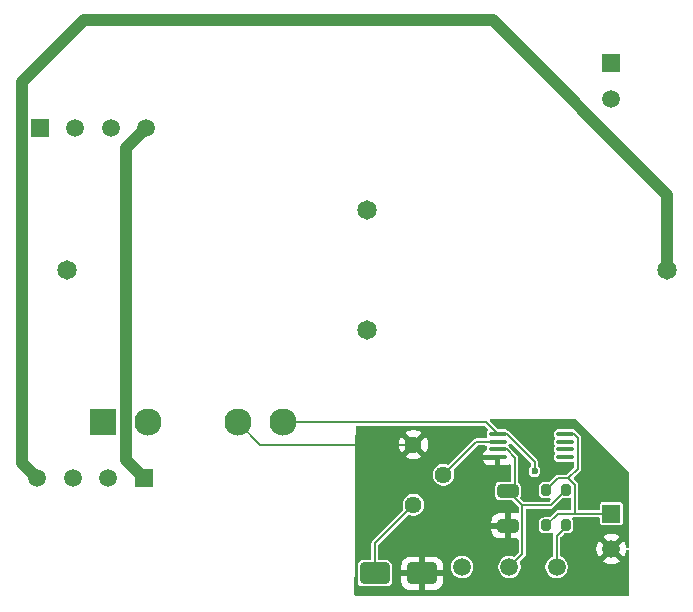
<source format=gbr>
%TF.GenerationSoftware,KiCad,Pcbnew,9.0.1-1.fc42*%
%TF.CreationDate,2025-04-27T23:47:53+08:00*%
%TF.ProjectId,discharge & time_delayforDCDC,64697363-6861-4726-9765-20262074696d,rev?*%
%TF.SameCoordinates,Original*%
%TF.FileFunction,Copper,L1,Top*%
%TF.FilePolarity,Positive*%
%FSLAX46Y46*%
G04 Gerber Fmt 4.6, Leading zero omitted, Abs format (unit mm)*
G04 Created by KiCad (PCBNEW 9.0.1-1.fc42) date 2025-04-27 23:47:53*
%MOMM*%
%LPD*%
G01*
G04 APERTURE LIST*
G04 Aperture macros list*
%AMRoundRect*
0 Rectangle with rounded corners*
0 $1 Rounding radius*
0 $2 $3 $4 $5 $6 $7 $8 $9 X,Y pos of 4 corners*
0 Add a 4 corners polygon primitive as box body*
4,1,4,$2,$3,$4,$5,$6,$7,$8,$9,$2,$3,0*
0 Add four circle primitives for the rounded corners*
1,1,$1+$1,$2,$3*
1,1,$1+$1,$4,$5*
1,1,$1+$1,$6,$7*
1,1,$1+$1,$8,$9*
0 Add four rect primitives between the rounded corners*
20,1,$1+$1,$2,$3,$4,$5,0*
20,1,$1+$1,$4,$5,$6,$7,0*
20,1,$1+$1,$6,$7,$8,$9,0*
20,1,$1+$1,$8,$9,$2,$3,0*%
G04 Aperture macros list end*
%TA.AperFunction,SMDPad,CuDef*%
%ADD10RoundRect,0.250000X-1.000000X-0.650000X1.000000X-0.650000X1.000000X0.650000X-1.000000X0.650000X0*%
%TD*%
%TA.AperFunction,ComponentPad*%
%ADD11C,1.650000*%
%TD*%
%TA.AperFunction,ComponentPad*%
%ADD12R,1.520000X1.520000*%
%TD*%
%TA.AperFunction,ComponentPad*%
%ADD13C,1.520000*%
%TD*%
%TA.AperFunction,ComponentPad*%
%ADD14C,1.440000*%
%TD*%
%TA.AperFunction,SMDPad,CuDef*%
%ADD15RoundRect,0.200000X0.200000X0.275000X-0.200000X0.275000X-0.200000X-0.275000X0.200000X-0.275000X0*%
%TD*%
%TA.AperFunction,SMDPad,CuDef*%
%ADD16RoundRect,0.250000X-0.650000X0.325000X-0.650000X-0.325000X0.650000X-0.325000X0.650000X0.325000X0*%
%TD*%
%TA.AperFunction,SMDPad,CuDef*%
%ADD17RoundRect,0.100000X-0.637500X-0.100000X0.637500X-0.100000X0.637500X0.100000X-0.637500X0.100000X0*%
%TD*%
%TA.AperFunction,ComponentPad*%
%ADD18R,2.300000X2.300000*%
%TD*%
%TA.AperFunction,ComponentPad*%
%ADD19C,2.300000*%
%TD*%
%TA.AperFunction,ComponentPad*%
%ADD20C,1.500000*%
%TD*%
%TA.AperFunction,ViaPad*%
%ADD21C,0.600000*%
%TD*%
%TA.AperFunction,Conductor*%
%ADD22C,0.200000*%
%TD*%
%TA.AperFunction,Conductor*%
%ADD23C,1.000000*%
%TD*%
G04 APERTURE END LIST*
D10*
%TO.P,D1,1,K*%
%TO.N,SDC*%
X145225000Y-126070000D03*
%TO.P,D1,2,A*%
%TO.N,GND*%
X149225000Y-126070000D03*
%TD*%
D11*
%TO.P,K1,1,out+*%
%TO.N,TS+*%
X119150000Y-100400000D03*
%TO.P,K1,2,out-*%
%TO.N,Discharge*%
X169950000Y-100400000D03*
%TO.P,K1,3,-*%
%TO.N,GND*%
X144550000Y-105500000D03*
%TO.P,K1,4,+*%
%TO.N,SDC*%
X144550000Y-95300000D03*
%TD*%
D12*
%TO.P,J3,1,1*%
%TO.N,TS+*%
X116850000Y-88320000D03*
D13*
%TO.P,J3,2,2*%
%TO.N,unconnected-(J3-Pad2)*%
X119850000Y-88320000D03*
%TO.P,J3,3,3*%
%TO.N,unconnected-(J3-Pad3)*%
X122850000Y-88320000D03*
%TO.P,J3,4,4*%
%TO.N,TS-*%
X125850000Y-88320000D03*
%TD*%
D14*
%TO.P,RV1,1,1*%
%TO.N,SDC*%
X148500000Y-120250000D03*
%TO.P,RV1,2,2*%
%TO.N,/Ref*%
X151040000Y-117710000D03*
%TO.P,RV1,3,3*%
%TO.N,GND*%
X148500000Y-115170000D03*
%TD*%
D15*
%TO.P,R2,1*%
%TO.N,/Enable*%
X161395000Y-122000000D03*
%TO.P,R2,2*%
%TO.N,SDC*%
X159745000Y-122000000D03*
%TD*%
D16*
%TO.P,C1,1*%
%TO.N,/Delay*%
X156500000Y-119085000D03*
%TO.P,C1,2*%
%TO.N,GND*%
X156500000Y-122035000D03*
%TD*%
D15*
%TO.P,R1,1*%
%TO.N,/Delay*%
X161395000Y-119000000D03*
%TO.P,R1,2*%
%TO.N,SDC*%
X159745000Y-119000000D03*
%TD*%
D12*
%TO.P,J1,1,1*%
%TO.N,TS-*%
X125650000Y-118000000D03*
D13*
%TO.P,J1,2,2*%
%TO.N,unconnected-(J1-Pad2)*%
X122650000Y-118000000D03*
%TO.P,J1,3,3*%
%TO.N,unconnected-(J1-Pad3)*%
X119650000Y-118000000D03*
%TO.P,J1,4,4*%
%TO.N,Discharge*%
X116650000Y-118000000D03*
%TD*%
D17*
%TO.P,U1,1*%
%TO.N,/Enable*%
X155637500Y-114275000D03*
%TO.P,U1,2,-*%
%TO.N,/Ref*%
X155637500Y-114925000D03*
%TO.P,U1,3,+*%
%TO.N,/Delay*%
X155637500Y-115575000D03*
%TO.P,U1,4,V-*%
%TO.N,GND*%
X155637500Y-116225000D03*
%TO.P,U1,5,+*%
%TO.N,unconnected-(U1B-+-Pad5)*%
X161362500Y-116225000D03*
%TO.P,U1,6,-*%
%TO.N,unconnected-(U1B---Pad6)*%
X161362500Y-115575000D03*
%TO.P,U1,7*%
%TO.N,unconnected-(U1-Pad7)*%
X161362500Y-114925000D03*
%TO.P,U1,8,V+*%
%TO.N,SDC*%
X161362500Y-114275000D03*
%TD*%
D18*
%TO.P,MOSFET1,1*%
%TO.N,TS+*%
X122190000Y-113250000D03*
D19*
%TO.P,MOSFET1,2*%
%TO.N,DCDC*%
X126000000Y-113250000D03*
%TO.P,MOSFET1,3*%
%TO.N,GND*%
X133620000Y-113250000D03*
%TO.P,MOSFET1,4*%
%TO.N,/Enable*%
X137430000Y-113250000D03*
%TD*%
D20*
%TO.P,TP2,1,1*%
%TO.N,/Enable*%
X160625000Y-125525000D03*
%TD*%
D12*
%TO.P,J6,1,1*%
%TO.N,unconnected-(J6-Pad1)*%
X165254200Y-82880000D03*
D13*
%TO.P,J6,2,2*%
%TO.N,DCDC*%
X165254200Y-85880000D03*
%TD*%
D20*
%TO.P,TP3,1,1*%
%TO.N,/Ref*%
X152625000Y-125525000D03*
%TD*%
%TO.P,TP1,1,1*%
%TO.N,/Delay*%
X156625000Y-125525000D03*
%TD*%
D12*
%TO.P,J5,1,1*%
%TO.N,SDC*%
X165254200Y-121000000D03*
D13*
%TO.P,J5,2,2*%
%TO.N,GND*%
X165254200Y-124000000D03*
%TD*%
D21*
%TO.N,/Enable*%
X158750000Y-117400000D03*
%TD*%
D22*
%TO.N,/Delay*%
X157702700Y-120287700D02*
X156500000Y-119085000D01*
X157075000Y-116275001D02*
X156374999Y-115575000D01*
X157702700Y-124447300D02*
X157702700Y-120287700D01*
X156625000Y-125525000D02*
X157702700Y-124447300D01*
X156374999Y-115575000D02*
X155637500Y-115575000D01*
X157702700Y-120287700D02*
X160107300Y-120287700D01*
X160107300Y-120287700D02*
X161395000Y-119000000D01*
X157075000Y-118510000D02*
X157075000Y-116275001D01*
X156500000Y-119085000D02*
X157075000Y-118510000D01*
%TO.N,GND*%
X149225000Y-126070000D02*
X149773600Y-126618600D01*
X135540000Y-115170000D02*
X133620000Y-113250000D01*
X148500000Y-115170000D02*
X135540000Y-115170000D01*
D23*
%TO.N,TS-*%
X124149000Y-90021000D02*
X125850000Y-88320000D01*
X125650000Y-118000000D02*
X124149000Y-116499000D01*
X124149000Y-116499000D02*
X124149000Y-90021000D01*
%TO.N,Discharge*%
X115389000Y-84427605D02*
X115389000Y-116739000D01*
X169950000Y-100400000D02*
X169950000Y-93991478D01*
X120566605Y-79250000D02*
X115389000Y-84427605D01*
X115389000Y-116739000D02*
X116650000Y-118000000D01*
X155208522Y-79250000D02*
X120566605Y-79250000D01*
X169950000Y-93991478D02*
X155208522Y-79250000D01*
D22*
%TO.N,SDC*%
X145225000Y-123525000D02*
X148500000Y-120250000D01*
X162422100Y-117194000D02*
X161604600Y-118011500D01*
X162422100Y-114618500D02*
X162422100Y-117194000D01*
X161604600Y-118011500D02*
X162148800Y-118555700D01*
X160733500Y-118011500D02*
X161604600Y-118011500D01*
X160745000Y-121000000D02*
X159745000Y-122000000D01*
X161362500Y-114275000D02*
X162078600Y-114275000D01*
X145225000Y-126070000D02*
X145225000Y-123525000D01*
X162148800Y-121000000D02*
X160745000Y-121000000D01*
X162148800Y-118555700D02*
X162148800Y-121000000D01*
X162078600Y-114275000D02*
X162422100Y-114618500D01*
X159745000Y-119000000D02*
X160733500Y-118011500D01*
X165254200Y-121000000D02*
X163055800Y-121000000D01*
X163055800Y-121000000D02*
X162148800Y-121000000D01*
%TO.N,/Enable*%
X158750000Y-117400000D02*
X158750000Y-116650001D01*
X137430000Y-113250000D02*
X154612500Y-113250000D01*
X158750000Y-116650001D02*
X156374999Y-114275000D01*
X154612500Y-113250000D02*
X155637500Y-114275000D01*
X160625000Y-125525000D02*
X160625000Y-122866200D01*
X156374999Y-114275000D02*
X155637500Y-114275000D01*
X160625000Y-122866200D02*
X161395000Y-122096200D01*
X161395000Y-122096200D02*
X161395000Y-122000000D01*
%TO.N,/Ref*%
X153825000Y-114925000D02*
X155637500Y-114925000D01*
X151040000Y-117710000D02*
X153825000Y-114925000D01*
%TD*%
%TA.AperFunction,Conductor*%
%TO.N,GND*%
G36*
X162265677Y-113019685D02*
G01*
X162286319Y-113036319D01*
X166713681Y-117463681D01*
X166747166Y-117525004D01*
X166750000Y-117551362D01*
X166750000Y-123814052D01*
X166730315Y-123881091D01*
X166677511Y-123926846D01*
X166608353Y-123936790D01*
X166544797Y-123907765D01*
X166507023Y-123848987D01*
X166503527Y-123833450D01*
X166483173Y-123704947D01*
X166421889Y-123516330D01*
X166421888Y-123516327D01*
X166331845Y-123339612D01*
X166305038Y-123302715D01*
X166305037Y-123302714D01*
X165745327Y-123862423D01*
X165729445Y-123803147D01*
X165662302Y-123686853D01*
X165567347Y-123591898D01*
X165451053Y-123524755D01*
X165391774Y-123508871D01*
X165951483Y-122949161D01*
X165914580Y-122922350D01*
X165737872Y-122832311D01*
X165737869Y-122832310D01*
X165549252Y-122771026D01*
X165353363Y-122740000D01*
X165155037Y-122740000D01*
X164959147Y-122771026D01*
X164770530Y-122832310D01*
X164770522Y-122832313D01*
X164593815Y-122922352D01*
X164556915Y-122949160D01*
X164556915Y-122949161D01*
X165116625Y-123508871D01*
X165057347Y-123524755D01*
X164941053Y-123591898D01*
X164846098Y-123686853D01*
X164778955Y-123803147D01*
X164763071Y-123862425D01*
X164203361Y-123302715D01*
X164203360Y-123302715D01*
X164176552Y-123339615D01*
X164086513Y-123516322D01*
X164086510Y-123516330D01*
X164025226Y-123704947D01*
X163994200Y-123900836D01*
X163994200Y-124099163D01*
X164025226Y-124295052D01*
X164086510Y-124483669D01*
X164086511Y-124483672D01*
X164176550Y-124660380D01*
X164203361Y-124697283D01*
X164763071Y-124137574D01*
X164778955Y-124196853D01*
X164846098Y-124313147D01*
X164941053Y-124408102D01*
X165057347Y-124475245D01*
X165116624Y-124491128D01*
X164556914Y-125050837D01*
X164556915Y-125050838D01*
X164593812Y-125077645D01*
X164770527Y-125167688D01*
X164770530Y-125167689D01*
X164959147Y-125228973D01*
X165155037Y-125260000D01*
X165353363Y-125260000D01*
X165549252Y-125228973D01*
X165737869Y-125167689D01*
X165737872Y-125167688D01*
X165914582Y-125077648D01*
X165951483Y-125050837D01*
X165951484Y-125050836D01*
X165391775Y-124491127D01*
X165451053Y-124475245D01*
X165567347Y-124408102D01*
X165662302Y-124313147D01*
X165729445Y-124196853D01*
X165745328Y-124137575D01*
X166305036Y-124697284D01*
X166305037Y-124697283D01*
X166331848Y-124660382D01*
X166421888Y-124483672D01*
X166421889Y-124483669D01*
X166483173Y-124295052D01*
X166503527Y-124166549D01*
X166533456Y-124103414D01*
X166592768Y-124066483D01*
X166662630Y-124067481D01*
X166720863Y-124106091D01*
X166748977Y-124170055D01*
X166750000Y-124185947D01*
X166750000Y-127876000D01*
X166730315Y-127943039D01*
X166677511Y-127988794D01*
X166626000Y-128000000D01*
X143624829Y-128000000D01*
X143557790Y-127980315D01*
X143512035Y-127927511D01*
X143500832Y-127875173D01*
X143503971Y-127404356D01*
X143517562Y-125365730D01*
X143774500Y-125365730D01*
X143774500Y-126774269D01*
X143777353Y-126804699D01*
X143777353Y-126804701D01*
X143822206Y-126932880D01*
X143822207Y-126932882D01*
X143902850Y-127042150D01*
X144012118Y-127122793D01*
X144054845Y-127137744D01*
X144140299Y-127167646D01*
X144170730Y-127170500D01*
X144170734Y-127170500D01*
X146279270Y-127170500D01*
X146309699Y-127167646D01*
X146309701Y-127167646D01*
X146373790Y-127145219D01*
X146437882Y-127122793D01*
X146547150Y-127042150D01*
X146627793Y-126932882D01*
X146650219Y-126868790D01*
X146672646Y-126804701D01*
X146672646Y-126804699D01*
X146675500Y-126774269D01*
X146675500Y-126769986D01*
X147475001Y-126769986D01*
X147485494Y-126872697D01*
X147540641Y-127039119D01*
X147540643Y-127039124D01*
X147632684Y-127188345D01*
X147756654Y-127312315D01*
X147905875Y-127404356D01*
X147905880Y-127404358D01*
X148072302Y-127459505D01*
X148072309Y-127459506D01*
X148175019Y-127469999D01*
X148974999Y-127469999D01*
X149475000Y-127469999D01*
X150274972Y-127469999D01*
X150274986Y-127469998D01*
X150377697Y-127459505D01*
X150544119Y-127404358D01*
X150544124Y-127404356D01*
X150693345Y-127312315D01*
X150817315Y-127188345D01*
X150909356Y-127039124D01*
X150909358Y-127039119D01*
X150964505Y-126872697D01*
X150964506Y-126872690D01*
X150974999Y-126769986D01*
X150975000Y-126769973D01*
X150975000Y-126320000D01*
X149475000Y-126320000D01*
X149475000Y-127469999D01*
X148974999Y-127469999D01*
X148975000Y-127469998D01*
X148975000Y-126320000D01*
X147475001Y-126320000D01*
X147475001Y-126769986D01*
X146675500Y-126769986D01*
X146675500Y-125370013D01*
X147475000Y-125370013D01*
X147475000Y-125820000D01*
X148975000Y-125820000D01*
X149475000Y-125820000D01*
X150974999Y-125820000D01*
X150974999Y-125431379D01*
X151674500Y-125431379D01*
X151674500Y-125618620D01*
X151711025Y-125802243D01*
X151711027Y-125802251D01*
X151782676Y-125975228D01*
X151782681Y-125975237D01*
X151886697Y-126130907D01*
X151886700Y-126130911D01*
X152019088Y-126263299D01*
X152019092Y-126263302D01*
X152174762Y-126367318D01*
X152174768Y-126367321D01*
X152174769Y-126367322D01*
X152347749Y-126438973D01*
X152531379Y-126475499D01*
X152531383Y-126475500D01*
X152531384Y-126475500D01*
X152718617Y-126475500D01*
X152718618Y-126475499D01*
X152902251Y-126438973D01*
X153075231Y-126367322D01*
X153230908Y-126263302D01*
X153363302Y-126130908D01*
X153467322Y-125975231D01*
X153538973Y-125802251D01*
X153575500Y-125618616D01*
X153575500Y-125431384D01*
X153538973Y-125247749D01*
X153467322Y-125074769D01*
X153467321Y-125074768D01*
X153467318Y-125074762D01*
X153363302Y-124919092D01*
X153363299Y-124919088D01*
X153230911Y-124786700D01*
X153230907Y-124786697D01*
X153075237Y-124682681D01*
X153075228Y-124682676D01*
X152902251Y-124611027D01*
X152902243Y-124611025D01*
X152718620Y-124574500D01*
X152718616Y-124574500D01*
X152531384Y-124574500D01*
X152531379Y-124574500D01*
X152347756Y-124611025D01*
X152347748Y-124611027D01*
X152174771Y-124682676D01*
X152174762Y-124682681D01*
X152019092Y-124786697D01*
X152019088Y-124786700D01*
X151886700Y-124919088D01*
X151886697Y-124919092D01*
X151782681Y-125074762D01*
X151782676Y-125074771D01*
X151711027Y-125247748D01*
X151711025Y-125247756D01*
X151674500Y-125431379D01*
X150974999Y-125431379D01*
X150974999Y-125370028D01*
X150974998Y-125370013D01*
X150964505Y-125267302D01*
X150909358Y-125100880D01*
X150909356Y-125100875D01*
X150817315Y-124951654D01*
X150693345Y-124827684D01*
X150544124Y-124735643D01*
X150544119Y-124735641D01*
X150377697Y-124680494D01*
X150377690Y-124680493D01*
X150274986Y-124670000D01*
X149475000Y-124670000D01*
X149475000Y-125820000D01*
X148975000Y-125820000D01*
X148975000Y-124670000D01*
X148175028Y-124670000D01*
X148175012Y-124670001D01*
X148072302Y-124680494D01*
X147905880Y-124735641D01*
X147905875Y-124735643D01*
X147756654Y-124827684D01*
X147632684Y-124951654D01*
X147540643Y-125100875D01*
X147540641Y-125100880D01*
X147485494Y-125267302D01*
X147485493Y-125267309D01*
X147475000Y-125370013D01*
X146675500Y-125370013D01*
X146675500Y-125365730D01*
X146672646Y-125335300D01*
X146672646Y-125335298D01*
X146627793Y-125207119D01*
X146627792Y-125207117D01*
X146547150Y-125097850D01*
X146437882Y-125017207D01*
X146437880Y-125017206D01*
X146309700Y-124972353D01*
X146279270Y-124969500D01*
X146279266Y-124969500D01*
X145649500Y-124969500D01*
X145582461Y-124949815D01*
X145536706Y-124897011D01*
X145525500Y-124845500D01*
X145525500Y-123700832D01*
X145545185Y-123633793D01*
X145561814Y-123613156D01*
X146764983Y-122409986D01*
X155100001Y-122409986D01*
X155110494Y-122512697D01*
X155165641Y-122679119D01*
X155165643Y-122679124D01*
X155257684Y-122828345D01*
X155381654Y-122952315D01*
X155530875Y-123044356D01*
X155530880Y-123044358D01*
X155697302Y-123099505D01*
X155697309Y-123099506D01*
X155800019Y-123109999D01*
X156249999Y-123109999D01*
X156250000Y-123109998D01*
X156250000Y-122285000D01*
X155100001Y-122285000D01*
X155100001Y-122409986D01*
X146764983Y-122409986D01*
X147514956Y-121660013D01*
X155100000Y-121660013D01*
X155100000Y-121785000D01*
X156250000Y-121785000D01*
X156250000Y-120960000D01*
X155800028Y-120960000D01*
X155800012Y-120960001D01*
X155697302Y-120970494D01*
X155530880Y-121025641D01*
X155530875Y-121025643D01*
X155381654Y-121117684D01*
X155257684Y-121241654D01*
X155165643Y-121390875D01*
X155165641Y-121390880D01*
X155110494Y-121557302D01*
X155110493Y-121557309D01*
X155100000Y-121660013D01*
X147514956Y-121660013D01*
X148037394Y-121137575D01*
X148098715Y-121104092D01*
X148168407Y-121109076D01*
X148172506Y-121110689D01*
X148189392Y-121117684D01*
X148231494Y-121135124D01*
X148231496Y-121135124D01*
X148231500Y-121135126D01*
X148409334Y-121170499D01*
X148409338Y-121170500D01*
X148409339Y-121170500D01*
X148590662Y-121170500D01*
X148590663Y-121170499D01*
X148768500Y-121135126D01*
X148936020Y-121065737D01*
X149086785Y-120964999D01*
X149214999Y-120836785D01*
X149315737Y-120686020D01*
X149385126Y-120518500D01*
X149420500Y-120340661D01*
X149420500Y-120159339D01*
X149385126Y-119981500D01*
X149315737Y-119813980D01*
X149315736Y-119813979D01*
X149315733Y-119813973D01*
X149214999Y-119663215D01*
X149214996Y-119663211D01*
X149086788Y-119535003D01*
X149086784Y-119535000D01*
X148936026Y-119434266D01*
X148936017Y-119434261D01*
X148768500Y-119364874D01*
X148768492Y-119364872D01*
X148590665Y-119329500D01*
X148590661Y-119329500D01*
X148409339Y-119329500D01*
X148409334Y-119329500D01*
X148231507Y-119364872D01*
X148231499Y-119364874D01*
X148063982Y-119434261D01*
X148063973Y-119434266D01*
X147913215Y-119535000D01*
X147913211Y-119535003D01*
X147785003Y-119663211D01*
X147785000Y-119663215D01*
X147684266Y-119813973D01*
X147684261Y-119813982D01*
X147614874Y-119981499D01*
X147614872Y-119981507D01*
X147579500Y-120159334D01*
X147579500Y-120340665D01*
X147614872Y-120518492D01*
X147614875Y-120518504D01*
X147639301Y-120577473D01*
X147646770Y-120646942D01*
X147615495Y-120709421D01*
X147612421Y-120712606D01*
X145040489Y-123284540D01*
X144984541Y-123340487D01*
X144984535Y-123340495D01*
X144944982Y-123409004D01*
X144944979Y-123409009D01*
X144924500Y-123485439D01*
X144924500Y-124845500D01*
X144904815Y-124912539D01*
X144852011Y-124958294D01*
X144800500Y-124969500D01*
X144170730Y-124969500D01*
X144140300Y-124972353D01*
X144140298Y-124972353D01*
X144012119Y-125017206D01*
X144012117Y-125017207D01*
X143902850Y-125097850D01*
X143822207Y-125207117D01*
X143822206Y-125207119D01*
X143777353Y-125335298D01*
X143777353Y-125335300D01*
X143774500Y-125365730D01*
X143517562Y-125365730D01*
X143586174Y-115073984D01*
X147280000Y-115073984D01*
X147280000Y-115266015D01*
X147310040Y-115455684D01*
X147369383Y-115638321D01*
X147456561Y-115809415D01*
X147477798Y-115838646D01*
X148100000Y-115216445D01*
X148100000Y-115222661D01*
X148127259Y-115324394D01*
X148179920Y-115415606D01*
X148254394Y-115490080D01*
X148345606Y-115542741D01*
X148447339Y-115570000D01*
X148453554Y-115570000D01*
X147831351Y-116192200D01*
X147831352Y-116192201D01*
X147860577Y-116213434D01*
X148031678Y-116300616D01*
X148214315Y-116359959D01*
X148403985Y-116390000D01*
X148596015Y-116390000D01*
X148785684Y-116359959D01*
X148968321Y-116300616D01*
X149139419Y-116213436D01*
X149168646Y-116192201D01*
X149168646Y-116192200D01*
X148546447Y-115570000D01*
X148552661Y-115570000D01*
X148654394Y-115542741D01*
X148745606Y-115490080D01*
X148820080Y-115415606D01*
X148872741Y-115324394D01*
X148900000Y-115222661D01*
X148900000Y-115216446D01*
X149522200Y-115838646D01*
X149522201Y-115838646D01*
X149543436Y-115809419D01*
X149630616Y-115638321D01*
X149689959Y-115455684D01*
X149720000Y-115266015D01*
X149720000Y-115073984D01*
X149689959Y-114884315D01*
X149630616Y-114701678D01*
X149543434Y-114530577D01*
X149522201Y-114501352D01*
X149522200Y-114501351D01*
X148900000Y-115123552D01*
X148900000Y-115117339D01*
X148872741Y-115015606D01*
X148820080Y-114924394D01*
X148745606Y-114849920D01*
X148654394Y-114797259D01*
X148552661Y-114770000D01*
X148546447Y-114770000D01*
X149168646Y-114147798D01*
X149139415Y-114126561D01*
X148968321Y-114039383D01*
X148785684Y-113980040D01*
X148596015Y-113950000D01*
X148403985Y-113950000D01*
X148214315Y-113980040D01*
X148031678Y-114039383D01*
X147860578Y-114126564D01*
X147831352Y-114147798D01*
X147831351Y-114147798D01*
X148453554Y-114770000D01*
X148447339Y-114770000D01*
X148345606Y-114797259D01*
X148254394Y-114849920D01*
X148179920Y-114924394D01*
X148127259Y-115015606D01*
X148100000Y-115117339D01*
X148100000Y-115123553D01*
X147477798Y-114501351D01*
X147477798Y-114501352D01*
X147456564Y-114530578D01*
X147369383Y-114701678D01*
X147310040Y-114884315D01*
X147280000Y-115073984D01*
X143586174Y-115073984D01*
X143595509Y-113673673D01*
X143615640Y-113606766D01*
X143668748Y-113561365D01*
X143719506Y-113550500D01*
X154436667Y-113550500D01*
X154503706Y-113570185D01*
X154524348Y-113586819D01*
X154756097Y-113818568D01*
X154789582Y-113879891D01*
X154784598Y-113949583D01*
X154756103Y-113993925D01*
X154747794Y-114002234D01*
X154702415Y-114105006D01*
X154702415Y-114105008D01*
X154699500Y-114130131D01*
X154699500Y-114419856D01*
X154699502Y-114419882D01*
X154702413Y-114444987D01*
X154702414Y-114444989D01*
X154704810Y-114450415D01*
X154713881Y-114519693D01*
X154684057Y-114582878D01*
X154624807Y-114619908D01*
X154591375Y-114624500D01*
X153785438Y-114624500D01*
X153709010Y-114644978D01*
X153640489Y-114684540D01*
X153640486Y-114684542D01*
X151502606Y-116822421D01*
X151441283Y-116855906D01*
X151371591Y-116850922D01*
X151367473Y-116849301D01*
X151308504Y-116824875D01*
X151308492Y-116824872D01*
X151130665Y-116789500D01*
X151130661Y-116789500D01*
X150949339Y-116789500D01*
X150949334Y-116789500D01*
X150771507Y-116824872D01*
X150771499Y-116824874D01*
X150603982Y-116894261D01*
X150603973Y-116894266D01*
X150453215Y-116995000D01*
X150453211Y-116995003D01*
X150325003Y-117123211D01*
X150325000Y-117123215D01*
X150224266Y-117273973D01*
X150224261Y-117273982D01*
X150154874Y-117441499D01*
X150154872Y-117441507D01*
X150119500Y-117619334D01*
X150119500Y-117800665D01*
X150154872Y-117978492D01*
X150154874Y-117978500D01*
X150224261Y-118146017D01*
X150224266Y-118146026D01*
X150325000Y-118296784D01*
X150325003Y-118296788D01*
X150453211Y-118424996D01*
X150453215Y-118424999D01*
X150603973Y-118525733D01*
X150603979Y-118525736D01*
X150603980Y-118525737D01*
X150771500Y-118595126D01*
X150949334Y-118630499D01*
X150949338Y-118630500D01*
X150949339Y-118630500D01*
X151130662Y-118630500D01*
X151130663Y-118630499D01*
X151308500Y-118595126D01*
X151476020Y-118525737D01*
X151626785Y-118424999D01*
X151754999Y-118296785D01*
X151855737Y-118146020D01*
X151925126Y-117978500D01*
X151960500Y-117800661D01*
X151960500Y-117619339D01*
X151925126Y-117441500D01*
X151900697Y-117382525D01*
X151893228Y-117313058D01*
X151924502Y-117250578D01*
X151927548Y-117247421D01*
X152749969Y-116425001D01*
X154407988Y-116425001D01*
X154415442Y-116481627D01*
X154415444Y-116481633D01*
X154475899Y-116627585D01*
X154572075Y-116752924D01*
X154697413Y-116849100D01*
X154843365Y-116909554D01*
X154843369Y-116909555D01*
X154960676Y-116924999D01*
X155437499Y-116924999D01*
X155437500Y-116924998D01*
X155437500Y-116425000D01*
X154407990Y-116425000D01*
X154407988Y-116425001D01*
X152749969Y-116425001D01*
X153913152Y-115261819D01*
X153974475Y-115228334D01*
X154000833Y-115225500D01*
X154591375Y-115225500D01*
X154658414Y-115245185D01*
X154704169Y-115297989D01*
X154714938Y-115359898D01*
X154713196Y-115380590D01*
X154702415Y-115405009D01*
X154699500Y-115430135D01*
X154699500Y-115543348D01*
X154699063Y-115548546D01*
X154688249Y-115576462D01*
X154679815Y-115605187D01*
X154675165Y-115610241D01*
X154673826Y-115613699D01*
X154668230Y-115617778D01*
X154650987Y-115636523D01*
X154572077Y-115697073D01*
X154475899Y-115822413D01*
X154415444Y-115968368D01*
X154407987Y-116025000D01*
X155513500Y-116025000D01*
X155580539Y-116044685D01*
X155626294Y-116097489D01*
X155637500Y-116149000D01*
X155637500Y-116225000D01*
X155713500Y-116225000D01*
X155780539Y-116244685D01*
X155826294Y-116297489D01*
X155837500Y-116349000D01*
X155837500Y-116924999D01*
X156314324Y-116924999D01*
X156431628Y-116909557D01*
X156431633Y-116909555D01*
X156577587Y-116849100D01*
X156584628Y-116845035D01*
X156585725Y-116846936D01*
X156640164Y-116825881D01*
X156708611Y-116839910D01*
X156758608Y-116888716D01*
X156774500Y-116949450D01*
X156774500Y-118185500D01*
X156754815Y-118252539D01*
X156702011Y-118298294D01*
X156650500Y-118309500D01*
X155795730Y-118309500D01*
X155765300Y-118312353D01*
X155765298Y-118312353D01*
X155637119Y-118357206D01*
X155637117Y-118357207D01*
X155527850Y-118437850D01*
X155447207Y-118547117D01*
X155447206Y-118547119D01*
X155402353Y-118675298D01*
X155402353Y-118675300D01*
X155399500Y-118705730D01*
X155399500Y-119464269D01*
X155402353Y-119494699D01*
X155402353Y-119494701D01*
X155444787Y-119615966D01*
X155447207Y-119622882D01*
X155527850Y-119732150D01*
X155637118Y-119812793D01*
X155679845Y-119827744D01*
X155765299Y-119857646D01*
X155795730Y-119860500D01*
X155795734Y-119860500D01*
X156799167Y-119860500D01*
X156866206Y-119880185D01*
X156886848Y-119896819D01*
X157365881Y-120375852D01*
X157399366Y-120437175D01*
X157402200Y-120463533D01*
X157402200Y-120843345D01*
X157382515Y-120910384D01*
X157329711Y-120956139D01*
X157265598Y-120966703D01*
X157199988Y-120960000D01*
X156750000Y-120960000D01*
X156750000Y-121785000D01*
X157278200Y-121785000D01*
X157345239Y-121804685D01*
X157390994Y-121857489D01*
X157402200Y-121909000D01*
X157402200Y-122161000D01*
X157382515Y-122228039D01*
X157329711Y-122273794D01*
X157278200Y-122285000D01*
X156750000Y-122285000D01*
X156750000Y-123109999D01*
X157199972Y-123109999D01*
X157199984Y-123109998D01*
X157265597Y-123103295D01*
X157334290Y-123116064D01*
X157385175Y-123163944D01*
X157402200Y-123226653D01*
X157402200Y-124271466D01*
X157382515Y-124338505D01*
X157365881Y-124359147D01*
X157110567Y-124614460D01*
X157049244Y-124647945D01*
X156979552Y-124642961D01*
X156975433Y-124641340D01*
X156952430Y-124631812D01*
X156902251Y-124611027D01*
X156902243Y-124611025D01*
X156718620Y-124574500D01*
X156718616Y-124574500D01*
X156531384Y-124574500D01*
X156531379Y-124574500D01*
X156347756Y-124611025D01*
X156347748Y-124611027D01*
X156174771Y-124682676D01*
X156174762Y-124682681D01*
X156019092Y-124786697D01*
X156019088Y-124786700D01*
X155886700Y-124919088D01*
X155886697Y-124919092D01*
X155782681Y-125074762D01*
X155782676Y-125074771D01*
X155711027Y-125247748D01*
X155711025Y-125247756D01*
X155674500Y-125431379D01*
X155674500Y-125618620D01*
X155711025Y-125802243D01*
X155711027Y-125802251D01*
X155782676Y-125975228D01*
X155782681Y-125975237D01*
X155886697Y-126130907D01*
X155886700Y-126130911D01*
X156019088Y-126263299D01*
X156019092Y-126263302D01*
X156174762Y-126367318D01*
X156174768Y-126367321D01*
X156174769Y-126367322D01*
X156347749Y-126438973D01*
X156531379Y-126475499D01*
X156531383Y-126475500D01*
X156531384Y-126475500D01*
X156718617Y-126475500D01*
X156718618Y-126475499D01*
X156902251Y-126438973D01*
X157075231Y-126367322D01*
X157230908Y-126263302D01*
X157363302Y-126130908D01*
X157467322Y-125975231D01*
X157538973Y-125802251D01*
X157575500Y-125618616D01*
X157575500Y-125431384D01*
X157538973Y-125247749D01*
X157508657Y-125174561D01*
X157501189Y-125105097D01*
X157532463Y-125042617D01*
X157535506Y-125039463D01*
X157943160Y-124631811D01*
X157982721Y-124563289D01*
X158003200Y-124486862D01*
X158003200Y-120712200D01*
X158022885Y-120645161D01*
X158075689Y-120599406D01*
X158127200Y-120588200D01*
X160146860Y-120588200D01*
X160146862Y-120588200D01*
X160223289Y-120567721D01*
X160291811Y-120528160D01*
X160347760Y-120472211D01*
X161108153Y-119711816D01*
X161169474Y-119678333D01*
X161195823Y-119675499D01*
X161626518Y-119675499D01*
X161626522Y-119675499D01*
X161683825Y-119666423D01*
X161704902Y-119663085D01*
X161774196Y-119672040D01*
X161827648Y-119717036D01*
X161848287Y-119783788D01*
X161848300Y-119785558D01*
X161848300Y-120575500D01*
X161828615Y-120642539D01*
X161775811Y-120688294D01*
X161724300Y-120699500D01*
X160705438Y-120699500D01*
X160629010Y-120719978D01*
X160560489Y-120759540D01*
X160560486Y-120759542D01*
X160031846Y-121288181D01*
X159970523Y-121321666D01*
X159944165Y-121324500D01*
X159513482Y-121324500D01*
X159432519Y-121337323D01*
X159419696Y-121339354D01*
X159306658Y-121396950D01*
X159306657Y-121396951D01*
X159306652Y-121396954D01*
X159216954Y-121486652D01*
X159216951Y-121486657D01*
X159159352Y-121599698D01*
X159144500Y-121693475D01*
X159144500Y-122306517D01*
X159155292Y-122374657D01*
X159159354Y-122400304D01*
X159216950Y-122513342D01*
X159216952Y-122513344D01*
X159216954Y-122513347D01*
X159306652Y-122603045D01*
X159306654Y-122603046D01*
X159306658Y-122603050D01*
X159419694Y-122660645D01*
X159419698Y-122660647D01*
X159513475Y-122675499D01*
X159513481Y-122675500D01*
X159976518Y-122675499D01*
X160070304Y-122660646D01*
X160168052Y-122610840D01*
X160236718Y-122597945D01*
X160301458Y-122624221D01*
X160341716Y-122681327D01*
X160344708Y-122751133D01*
X160344119Y-122753419D01*
X160324500Y-122826637D01*
X160324500Y-124537802D01*
X160304815Y-124604841D01*
X160252011Y-124650596D01*
X160247954Y-124652363D01*
X160174769Y-124682678D01*
X160174762Y-124682681D01*
X160019092Y-124786697D01*
X160019088Y-124786700D01*
X159886700Y-124919088D01*
X159886697Y-124919092D01*
X159782681Y-125074762D01*
X159782676Y-125074771D01*
X159711027Y-125247748D01*
X159711025Y-125247756D01*
X159674500Y-125431379D01*
X159674500Y-125618620D01*
X159711025Y-125802243D01*
X159711027Y-125802251D01*
X159782676Y-125975228D01*
X159782681Y-125975237D01*
X159886697Y-126130907D01*
X159886700Y-126130911D01*
X160019088Y-126263299D01*
X160019092Y-126263302D01*
X160174762Y-126367318D01*
X160174768Y-126367321D01*
X160174769Y-126367322D01*
X160347749Y-126438973D01*
X160531379Y-126475499D01*
X160531383Y-126475500D01*
X160531384Y-126475500D01*
X160718617Y-126475500D01*
X160718618Y-126475499D01*
X160902251Y-126438973D01*
X161075231Y-126367322D01*
X161230908Y-126263302D01*
X161363302Y-126130908D01*
X161467322Y-125975231D01*
X161538973Y-125802251D01*
X161575500Y-125618616D01*
X161575500Y-125431384D01*
X161538973Y-125247749D01*
X161467322Y-125074769D01*
X161467320Y-125074767D01*
X161467316Y-125074759D01*
X161465785Y-125072467D01*
X161363302Y-124919092D01*
X161363299Y-124919088D01*
X161230911Y-124786700D01*
X161230907Y-124786697D01*
X161075237Y-124682681D01*
X161075232Y-124682679D01*
X161075231Y-124682678D01*
X161044624Y-124670000D01*
X161002046Y-124652363D01*
X160947643Y-124608521D01*
X160925579Y-124542227D01*
X160925500Y-124537802D01*
X160925500Y-123042032D01*
X160934144Y-123012591D01*
X160940668Y-122982605D01*
X160944422Y-122977589D01*
X160945185Y-122974993D01*
X160961815Y-122954355D01*
X161204352Y-122711817D01*
X161265675Y-122678333D01*
X161292033Y-122675499D01*
X161626517Y-122675499D01*
X161626518Y-122675499D01*
X161720304Y-122660646D01*
X161833342Y-122603050D01*
X161923050Y-122513342D01*
X161980646Y-122400304D01*
X161980646Y-122400302D01*
X161980647Y-122400301D01*
X161995499Y-122306524D01*
X161995500Y-122306519D01*
X161995499Y-121693482D01*
X161980646Y-121599696D01*
X161923050Y-121486658D01*
X161923048Y-121486656D01*
X161920062Y-121480795D01*
X161907166Y-121412126D01*
X161933442Y-121347385D01*
X161990549Y-121307128D01*
X162030547Y-121300500D01*
X162109238Y-121300500D01*
X163016238Y-121300500D01*
X164169700Y-121300500D01*
X164236739Y-121320185D01*
X164282494Y-121372989D01*
X164293700Y-121424500D01*
X164293700Y-121779752D01*
X164305331Y-121838229D01*
X164305332Y-121838230D01*
X164349647Y-121904552D01*
X164415969Y-121948867D01*
X164415970Y-121948868D01*
X164474447Y-121960499D01*
X164474450Y-121960500D01*
X164474452Y-121960500D01*
X166033950Y-121960500D01*
X166033951Y-121960499D01*
X166048768Y-121957552D01*
X166092429Y-121948868D01*
X166092429Y-121948867D01*
X166092431Y-121948867D01*
X166158752Y-121904552D01*
X166203067Y-121838231D01*
X166203067Y-121838229D01*
X166203068Y-121838229D01*
X166211752Y-121794568D01*
X166214700Y-121779748D01*
X166214700Y-120220252D01*
X166214700Y-120220249D01*
X166214699Y-120220247D01*
X166203068Y-120161770D01*
X166203067Y-120161769D01*
X166158752Y-120095447D01*
X166092430Y-120051132D01*
X166092429Y-120051131D01*
X166033952Y-120039500D01*
X166033948Y-120039500D01*
X164474452Y-120039500D01*
X164474447Y-120039500D01*
X164415970Y-120051131D01*
X164415969Y-120051132D01*
X164349647Y-120095447D01*
X164305332Y-120161769D01*
X164305331Y-120161770D01*
X164293700Y-120220247D01*
X164293700Y-120575500D01*
X164274015Y-120642539D01*
X164221211Y-120688294D01*
X164169700Y-120699500D01*
X162573300Y-120699500D01*
X162506261Y-120679815D01*
X162460506Y-120627011D01*
X162449300Y-120575500D01*
X162449300Y-118516139D01*
X162449300Y-118516138D01*
X162428821Y-118439711D01*
X162420325Y-118424996D01*
X162389264Y-118371195D01*
X162389258Y-118371187D01*
X162117252Y-118099181D01*
X162083767Y-118037858D01*
X162088751Y-117968166D01*
X162117252Y-117923819D01*
X162366390Y-117674681D01*
X162662560Y-117378511D01*
X162702122Y-117309988D01*
X162722600Y-117233562D01*
X162722600Y-117154438D01*
X162722600Y-114578938D01*
X162702121Y-114502511D01*
X162668910Y-114444987D01*
X162662564Y-114433995D01*
X162662558Y-114433987D01*
X162285516Y-114056945D01*
X162259761Y-114019347D01*
X162252206Y-114002236D01*
X162252206Y-114002235D01*
X162172765Y-113922794D01*
X162172763Y-113922793D01*
X162069992Y-113877415D01*
X162044865Y-113874500D01*
X160680143Y-113874500D01*
X160680117Y-113874502D01*
X160655012Y-113877413D01*
X160655008Y-113877415D01*
X160552235Y-113922793D01*
X160472794Y-114002234D01*
X160427415Y-114105006D01*
X160427415Y-114105008D01*
X160424500Y-114130131D01*
X160424500Y-114419856D01*
X160424502Y-114419882D01*
X160427413Y-114444986D01*
X160427414Y-114444990D01*
X160427415Y-114444991D01*
X160472794Y-114547765D01*
X160472795Y-114547766D01*
X160473743Y-114549913D01*
X160482814Y-114619191D01*
X160473743Y-114650085D01*
X160427415Y-114755009D01*
X160424500Y-114780131D01*
X160424500Y-115069856D01*
X160424502Y-115069882D01*
X160427413Y-115094986D01*
X160427414Y-115094990D01*
X160427415Y-115094991D01*
X160472794Y-115197765D01*
X160472795Y-115197766D01*
X160473743Y-115199913D01*
X160482814Y-115269191D01*
X160473743Y-115300085D01*
X160427415Y-115405009D01*
X160424500Y-115430131D01*
X160424500Y-115719856D01*
X160424502Y-115719882D01*
X160427413Y-115744986D01*
X160427414Y-115744990D01*
X160427415Y-115744991D01*
X160472794Y-115847765D01*
X160472795Y-115847766D01*
X160473743Y-115849913D01*
X160482814Y-115919191D01*
X160473743Y-115950085D01*
X160427415Y-116055009D01*
X160424500Y-116080131D01*
X160424500Y-116369856D01*
X160424502Y-116369882D01*
X160427413Y-116394987D01*
X160427415Y-116394991D01*
X160472793Y-116497764D01*
X160472794Y-116497765D01*
X160552235Y-116577206D01*
X160655009Y-116622585D01*
X160680135Y-116625500D01*
X161997600Y-116625499D01*
X162064639Y-116645184D01*
X162110394Y-116697987D01*
X162121600Y-116749499D01*
X162121600Y-117018167D01*
X162101915Y-117085206D01*
X162085281Y-117105848D01*
X161516448Y-117674681D01*
X161455125Y-117708166D01*
X161428767Y-117711000D01*
X160693938Y-117711000D01*
X160655724Y-117721239D01*
X160617509Y-117731479D01*
X160617504Y-117731482D01*
X160548995Y-117771035D01*
X160548987Y-117771041D01*
X160031846Y-118288181D01*
X159970523Y-118321666D01*
X159944165Y-118324500D01*
X159513482Y-118324500D01*
X159432519Y-118337323D01*
X159419696Y-118339354D01*
X159306658Y-118396950D01*
X159306657Y-118396951D01*
X159306652Y-118396954D01*
X159216954Y-118486652D01*
X159216951Y-118486657D01*
X159159352Y-118599698D01*
X159144500Y-118693475D01*
X159144500Y-119306517D01*
X159153743Y-119364874D01*
X159159354Y-119400304D01*
X159216950Y-119513342D01*
X159216952Y-119513344D01*
X159216954Y-119513347D01*
X159306652Y-119603045D01*
X159306654Y-119603046D01*
X159306658Y-119603050D01*
X159419696Y-119660646D01*
X159419698Y-119660647D01*
X159491635Y-119672040D01*
X159512843Y-119675399D01*
X159513475Y-119675499D01*
X159513481Y-119675500D01*
X159976518Y-119675499D01*
X159976519Y-119675499D01*
X159977435Y-119675354D01*
X159977787Y-119675399D01*
X159981380Y-119675117D01*
X159981439Y-119675871D01*
X160046729Y-119684305D01*
X160100183Y-119729298D01*
X160120827Y-119796048D01*
X160102106Y-119863363D01*
X160084522Y-119885506D01*
X160019146Y-119950882D01*
X159957826Y-119984366D01*
X159931467Y-119987200D01*
X157878533Y-119987200D01*
X157811494Y-119967515D01*
X157790852Y-119950881D01*
X157584573Y-119744602D01*
X157551088Y-119683279D01*
X157555213Y-119615966D01*
X157597646Y-119494701D01*
X157597646Y-119494699D01*
X157600500Y-119464269D01*
X157600500Y-118705730D01*
X157597646Y-118675300D01*
X157597646Y-118675298D01*
X157552793Y-118547119D01*
X157552792Y-118547117D01*
X157537010Y-118525733D01*
X157472150Y-118437850D01*
X157454738Y-118424999D01*
X157425866Y-118403690D01*
X157383615Y-118348042D01*
X157375500Y-118303920D01*
X157375500Y-116235440D01*
X157369604Y-116213436D01*
X157355021Y-116159012D01*
X157319501Y-116097489D01*
X157315464Y-116090496D01*
X157315458Y-116090488D01*
X156555269Y-115330299D01*
X156545020Y-115311529D01*
X156530814Y-115295546D01*
X156528609Y-115281476D01*
X156521784Y-115268976D01*
X156523309Y-115247644D01*
X156520000Y-115226519D01*
X156526473Y-115203397D01*
X156526768Y-115199284D01*
X156529509Y-115192549D01*
X156559942Y-115123623D01*
X156605028Y-115070247D01*
X156671814Y-115049720D01*
X156739096Y-115068558D01*
X156761057Y-115086029D01*
X158413181Y-116738153D01*
X158446666Y-116799476D01*
X158449500Y-116825834D01*
X158449500Y-116941323D01*
X158429815Y-117008362D01*
X158413182Y-117029004D01*
X158349500Y-117092686D01*
X158283608Y-117206812D01*
X158249500Y-117334108D01*
X158249500Y-117465891D01*
X158283608Y-117593187D01*
X158298707Y-117619338D01*
X158349500Y-117707314D01*
X158442686Y-117800500D01*
X158556814Y-117866392D01*
X158684108Y-117900500D01*
X158684110Y-117900500D01*
X158815890Y-117900500D01*
X158815892Y-117900500D01*
X158943186Y-117866392D01*
X159057314Y-117800500D01*
X159150500Y-117707314D01*
X159216392Y-117593186D01*
X159250500Y-117465892D01*
X159250500Y-117334108D01*
X159216392Y-117206814D01*
X159150500Y-117092686D01*
X159086818Y-117029004D01*
X159053334Y-116967680D01*
X159050500Y-116941323D01*
X159050500Y-116610440D01*
X159050500Y-116610439D01*
X159041595Y-116577206D01*
X159030022Y-116534013D01*
X158990460Y-116465490D01*
X156559510Y-114034540D01*
X156553714Y-114030092D01*
X156529396Y-114004425D01*
X156505011Y-113980040D01*
X156447765Y-113922794D01*
X156447763Y-113922793D01*
X156344992Y-113877415D01*
X156319868Y-113874500D01*
X156319865Y-113874500D01*
X155713333Y-113874500D01*
X155646294Y-113854815D01*
X155625652Y-113838181D01*
X154999152Y-113211681D01*
X154965667Y-113150358D01*
X154970651Y-113080666D01*
X155012523Y-113024733D01*
X155077987Y-113000316D01*
X155086833Y-113000000D01*
X162198638Y-113000000D01*
X162265677Y-113019685D01*
G37*
%TD.AperFunction*%
%TD*%
M02*

</source>
